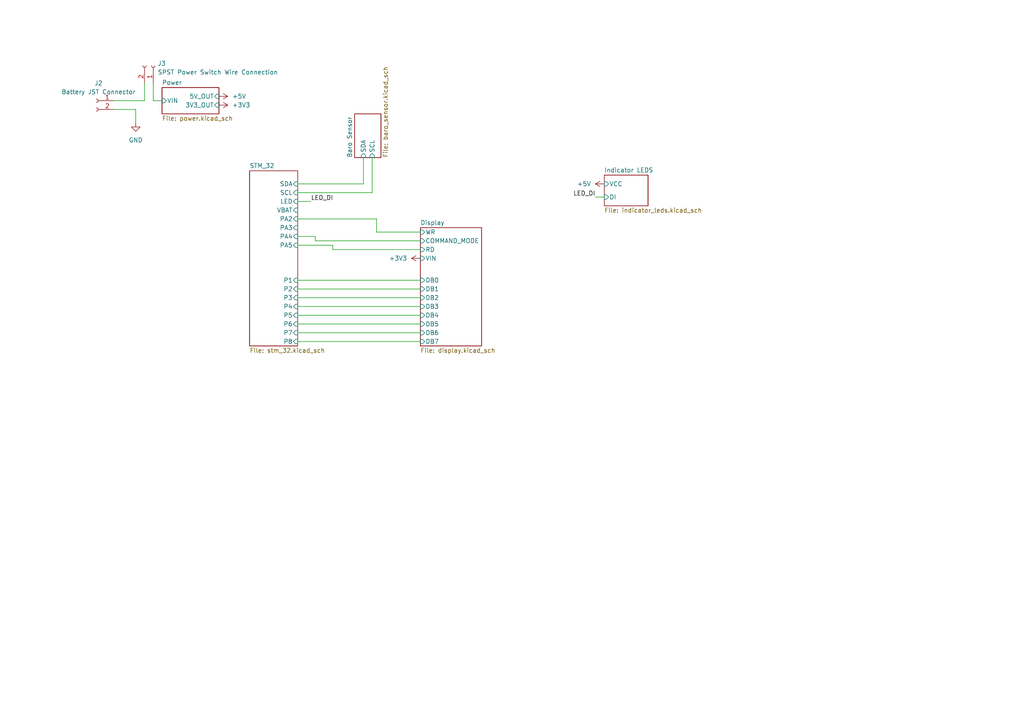
<source format=kicad_sch>
(kicad_sch (version 20211123) (generator eeschema)
  (paper "A4")
  (lib_symbols
    (symbol "Connector:Conn_01x02_Female" (pin_names (offset 1.016) hide)
      (property "Reference" "J" (at 0 2.54 0))
      (property "Value" "Conn_01x02_Female" (at 0 -5.08 0))
      (symbol "Conn_01x02_Female_1_1"
        (arc (start 0 -2.032) (mid -0.508 -2.54) (end 0 -3.048) (stroke (width 0.1524)))
        (polyline (pts (xy -1.27 -2.54) (xy -0.508 -2.54)) (stroke (width 0.1524)))
        (polyline (pts (xy -1.27 0) (xy -0.508 0)) (stroke (width 0.1524)))
        (arc (start 0 0.508) (mid -0.508 0) (end 0 -0.508) (stroke (width 0.1524)))
        (pin passive line (at -5.08 0 0) (length 3.81) (name "Pin_1") (number "1"))
        (pin passive line (at -5.08 -2.54 0) (length 3.81) (name "Pin_2") (number "2"))
      )
    )
    (symbol "power:+3V3" (power) (pin_names (offset 0))
      (property "Value" "+3V3" (at 0 3.556 0))
      (symbol "+3V3_0_1"
        (polyline (pts (xy -0.762 1.27) (xy 0 2.54)))
        (polyline (pts (xy 0 0) (xy 0 2.54)))
        (polyline (pts (xy 0 2.54) (xy 0.762 1.27)))
      )
      (symbol "+3V3_1_1"
        (pin power_in line (at 0 0 90) (length 0) hide (name "+3V3") (number "1"))
      )
    )
    (symbol "power:+5V" (power) (pin_names (offset 0))
      (property "Value" "+5V" (at 0 3.556 0))
      (symbol "+5V_0_1"
        (polyline (pts (xy -0.762 1.27) (xy 0 2.54)))
        (polyline (pts (xy 0 0) (xy 0 2.54)))
        (polyline (pts (xy 0 2.54) (xy 0.762 1.27)))
      )
      (symbol "+5V_1_1"
        (pin power_in line (at 0 0 90) (length 0) hide (name "+5V") (number "1"))
      )
    )
    (symbol "power:GND" (power) (pin_names (offset 0))
      (property "Value" "GND" (at 0 -3.81 0))
      (symbol "GND_0_1"
        (polyline (pts (xy 0 0) (xy 0 -1.27) (xy 1.27 -1.27) (xy 0 -2.54) (xy -1.27 -1.27) (xy 0 -1.27)))
      )
      (symbol "GND_1_1"
        (pin power_in line (at 0 0 270) (length 0) hide (name "GND") (number "1"))
      )
    )
  )
  (wire (pts (xy 86.36 53.34) (xy 105.41 53.34)))
  (wire (pts (xy 86.36 96.52) (xy 121.92 96.52)))
  (wire (pts (xy 109.22 63.5) (xy 109.22 67.31)))
  (wire (pts (xy 107.95 55.88) (xy 107.95 45.72)))
  (wire (pts (xy 44.45 24.13) (xy 44.45 29.21)))
  (wire (pts (xy 121.92 69.85) (xy 91.44 69.85)))
  (wire (pts (xy 39.37 31.75) (xy 39.37 35.56)))
  (wire (pts (xy 41.91 29.21) (xy 41.91 24.13)))
  (wire (pts (xy 86.36 55.88) (xy 107.95 55.88)))
  (wire (pts (xy 96.52 72.39) (xy 96.52 71.12)))
  (wire (pts (xy 96.52 71.12) (xy 86.36 71.12)))
  (wire (pts (xy 86.36 86.36) (xy 121.92 86.36)))
  (wire (pts (xy 86.36 99.06) (xy 121.92 99.06)))
  (wire (pts (xy 86.36 63.5) (xy 109.22 63.5)))
  (wire (pts (xy 91.44 69.85) (xy 91.44 68.58)))
  (wire (pts (xy 86.36 83.82) (xy 121.92 83.82)))
  (wire (pts (xy 33.02 31.75) (xy 39.37 31.75)))
  (wire (pts (xy 172.72 57.15) (xy 175.26 57.15)))
  (wire (pts (xy 86.36 93.98) (xy 121.92 93.98)))
  (wire (pts (xy 44.45 29.21) (xy 46.99 29.21)))
  (wire (pts (xy 105.41 45.72) (xy 105.41 53.34)))
  (wire (pts (xy 33.02 29.21) (xy 41.91 29.21)))
  (wire (pts (xy 86.36 91.44) (xy 121.92 91.44)))
  (wire (pts (xy 86.36 58.42) (xy 90.17 58.42)))
  (wire (pts (xy 109.22 67.31) (xy 121.92 67.31)))
  (wire (pts (xy 86.36 88.9) (xy 121.92 88.9)))
  (wire (pts (xy 86.36 81.28) (xy 121.92 81.28)))
  (wire (pts (xy 86.36 68.58) (xy 91.44 68.58)))
  (wire (pts (xy 121.92 72.39) (xy 96.52 72.39)))
  (label "LED_DI" (at 90.17 58.42 0))
  (label "LED_DI" (at 172.72 57.15 180))
  (symbol (lib_id "Connector:Conn_01x02_Female") (at 27.94 29.21 0) (mirror y) (unit 1)
    (property "Reference" "J2" (at 28.575 24.13 0))
    (property "Value" "Battery JST Connector" (at 28.575 26.67 0))
    (property "Footprint" "S2B-PH-K-S(LF)(SN) 2mm JST Connector:JST_S2B-PH-K-S(LF)(SN)" (effects hide))
  )
  (symbol (lib_id "power:GND") (at 39.37 35.56 0) (unit 1)
    (property "Reference" "#PWR0133" (effects hide))
    (property "Value" "GND" (at 39.37 40.64 0))
  )
  (symbol (lib_id "power:+5V") (at 175.26 53.34 90) (unit 1)
    (property "Reference" "#PWR0121" (effects hide))
    (property "Value" "+5V" (at 171.45 53.3399 90) (effects (justify left)))
  )
  (symbol (lib_id "power:+5V") (at 63.5 27.94 270) (unit 1)
    (property "Reference" "#PWR0131" (effects hide))
    (property "Value" "+5V" (at 67.31 27.9399 90) (effects (justify left)))
  )
  (symbol (lib_id "Connector:Conn_01x02_Female") (at 44.45 19.05 270) (mirror x) (unit 1)
    (property "Reference" "J3" (at 45.72 18.4149 90) (effects (justify left)))
    (property "Value" "SPST Power Switch Wire Connection" (at 45.72 20.9549 90) (effects (justify left)))
    (property "Footprint" "Connector_PinHeader_2.54mm:PinHeader_1x02_P2.54mm_Vertical" (effects hide))
  )
  (symbol (lib_id "power:+3V3") (at 121.92 74.93 90) (unit 1)
    (property "Reference" "#PWR0140" (effects hide))
    (property "Value" "+3V3" (at 118.11 74.9299 90) (effects (justify left)))
  )
  (symbol (lib_id "power:+3V3") (at 63.5 30.48 270) (unit 1)
    (property "Reference" "#PWR0132" (effects hide))
    (property "Value" "+3V3" (at 67.31 30.4799 90) (effects (justify left)))
  )
  (sheet (at 121.92 66.04) (size 17.78 34.29) (stroke (width 0.1524))
    (property "Sheet name" "Display" (at 121.92 65.3284 0) (effects (justify left bottom)))
    (property "Sheet file" "display.kicad_sch" (at 121.92 100.9146 0) (effects (justify left top)))
    (pin "WR" input (at 121.92 67.31 180))
    (pin "COMMAND_MODE" input (at 121.92 69.85 180))
    (pin "RD" input (at 121.92 72.39 180))
    (pin "DB0" input (at 121.92 81.28 180))
    (pin "VIN" input (at 121.92 74.93 180))
    (pin "DB1" input (at 121.92 83.82 180))
    (pin "DB2" input (at 121.92 86.36 180))
    (pin "DB4" input (at 121.92 91.44 180))
    (pin "DB5" input (at 121.92 93.98 180))
    (pin "DB6" input (at 121.92 96.52 180))
    (pin "DB7" input (at 121.92 99.06 180))
    (pin "DB3" input (at 121.92 88.9 180))
  )
  (sheet (at 102.87 33.02) (size 7.62 12.7) (stroke (width 0.1524))
    (property "Sheet name" "Baro Sensor" (at 102.1584 45.72 90) (effects (justify left bottom)))
    (property "Sheet file" "baro_sensor.kicad_sch" (at 111.0746 45.72 90) (effects (justify left top)))
    (pin "SDA" input (at 105.41 45.72 270))
    (pin "SCL" input (at 107.95 45.72 270))
  )
  (sheet (at 46.99 25.4) (size 16.51 7.62) (stroke (width 0.1524))
    (property "Sheet name" "Power" (at 46.99 24.6884 0) (effects (justify left bottom)))
    (property "Sheet file" "power.kicad_sch" (at 46.99 33.6046 0) (effects (justify left top)))
    (pin "VIN" input (at 46.99 29.21 180))
    (pin "5V_OUT" input (at 63.5 27.94 0))
    (pin "3V3_OUT" input (at 63.5 30.48 0))
  )
  (sheet (at 72.39 49.53) (size 13.97 50.8) (stroke (width 0.1524))
    (property "Sheet name" "STM_32" (at 72.39 48.8184 0) (effects (justify left bottom)))
    (property "Sheet file" "stm_32.kicad_sch" (at 72.39 100.9146 0) (effects (justify left top)))
    (pin "SDA" input (at 86.36 53.34 0))
    (pin "SCL" input (at 86.36 55.88 0))
    (pin "VBAT" input (at 86.36 60.96 0))
    (pin "PA2" input (at 86.36 63.5 0))
    (pin "PA3" input (at 86.36 66.04 0))
    (pin "LED" input (at 86.36 58.42 0))
    (pin "P5" input (at 86.36 91.44 0))
    (pin "P6" input (at 86.36 93.98 0))
    (pin "P7" input (at 86.36 96.52 0))
    (pin "P4" input (at 86.36 88.9 0))
    (pin "P2" input (at 86.36 83.82 0))
    (pin "P3" input (at 86.36 86.36 0))
    (pin "P8" input (at 86.36 99.06 0))
    (pin "P1" input (at 86.36 81.28 0))
    (pin "PA4" input (at 86.36 68.58 0))
    (pin "PA5" input (at 86.36 71.12 0))
  )
  (sheet (at 175.26 50.8) (size 12.7 8.89) (stroke (width 0.1524))
    (property "Sheet name" "Indicator LEDS" (at 175.26 50.0884 0) (effects (justify left bottom)))
    (property "Sheet file" "indicator_leds.kicad_sch" (at 175.26 60.2746 0) (effects (justify left top)))
    (pin "VCC" input (at 175.26 53.34 180))
    (pin "DI" input (at 175.26 57.15 180))
  )
)
</source>
